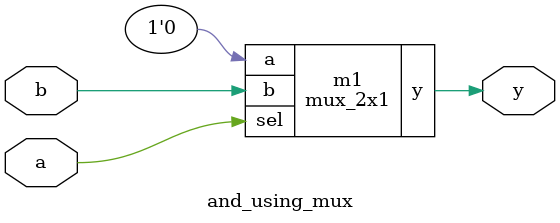
<source format=v>
module mux_2x1(
    input a, b, sel, 
    output y);
    assign y = (a & ~sel) | (b & sel);
endmodule

module and_using_mux(
    input a, b, 
    output y);
    mux_2x1 m1(1'b0,b,a,y);
endmodule

</source>
